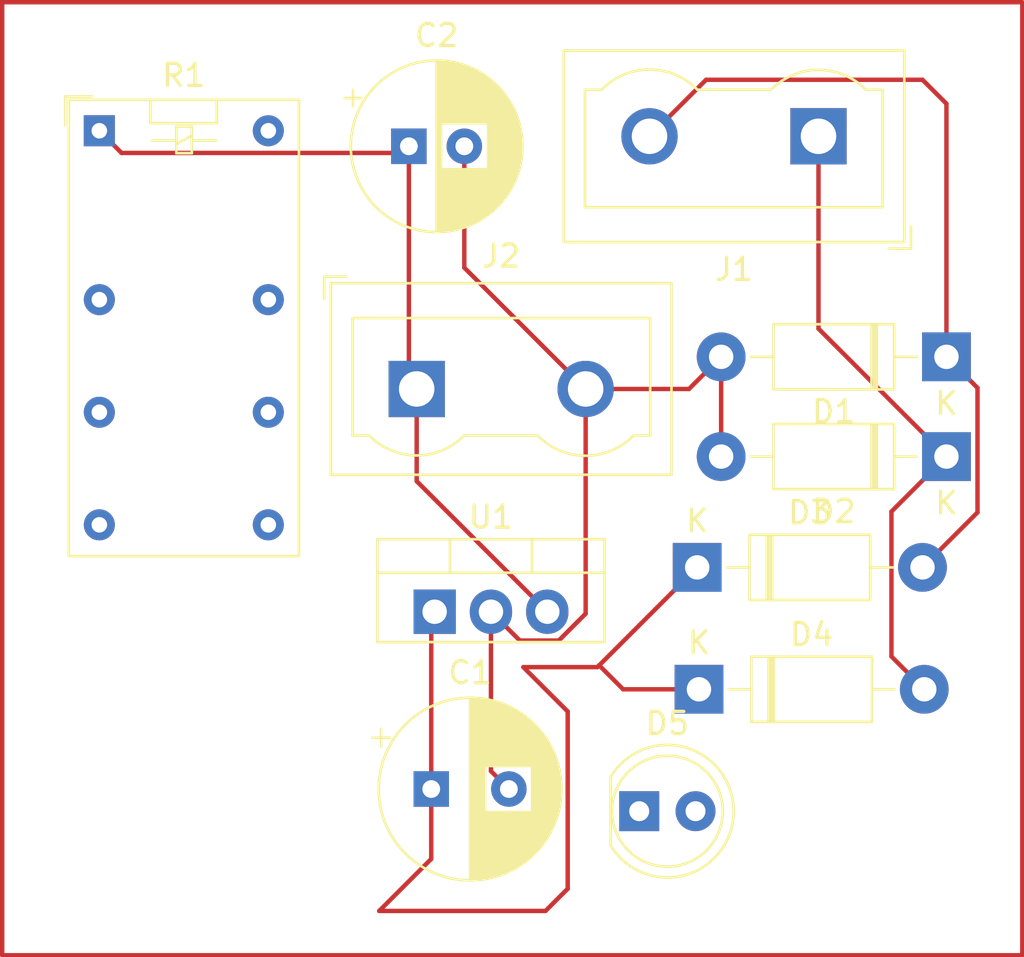
<source format=kicad_pcb>
(kicad_pcb (version 20240108) (generator "pcbnew") (generator_version "8.0")
  (layers (0 "F.Cu" signal) (31 "B.Cu" signal) (34 "B.Paste" user) (35 "F.Paste" user) (36 "B.SilkS" user "B.Silkscreen") (37 "F.SilkS" user "F.Silkscreen") (38 "B.Mask" user) (39 "F.Mask" user) (44 "Edge.Cuts" user))
  (net 0 "")
  (net 1 "Net-(D3-K)")
  (net 2 "Net-(D1-A)")
  (net 3 "Net-(J2-Pin_1)")
  (net 4 "Net-(D1-K)")
  (net 5 "Net-(D2-K)")
  (net 6 "Net-(D5-A)")
  (footprint "Capacitor_THT:CP_Radial_D7.5mm_P2.50mm" (layer "F.Cu") (at 122.838606 68.5)
    (property "Reference" "C2" (at 1.25 -5 0) (layer "F.SilkS"))
    (property "Value" "100 uf")
    (fp_line (start -2.892211 -2.175) (end -2.142211 -2.175) (stroke (width 0.12)) (layer "F.SilkS"))
    (fp_line (start -2.517211 -2.55) (end -2.517211 -1.8) (stroke (width 0.12)) (layer "F.SilkS"))
    (fp_line (start 1.25 -3.83) (end 1.25 3.83) (stroke (width 0.12)) (layer "F.SilkS"))
    (fp_line (start 1.29 -3.83) (end 1.29 3.83) (stroke (width 0.12)) (layer "F.SilkS"))
    (fp_line (start 1.33 -3.83) (end 1.33 3.83) (stroke (width 0.12)) (layer "F.SilkS"))
    (fp_line (start 1.37 -3.829) (end 1.37 3.829) (stroke (width 0.12)) (layer "F.SilkS"))
    (fp_line (start 1.41 -3.827) (end 1.41 3.827) (stroke (width 0.12)) (layer "F.SilkS"))
    (fp_line (start 1.45 -3.825) (end 1.45 3.825) (stroke (width 0.12)) (layer "F.SilkS"))
    (fp_line (start 1.49 -3.823) (end 1.49 -1.04) (stroke (width 0.12)) (layer "F.SilkS"))
    (fp_line (start 1.49 1.04) (end 1.49 3.823) (stroke (width 0.12)) (layer "F.SilkS"))
    (fp_line (start 1.53 -3.82) (end 1.53 -1.04) (stroke (width 0.12)) (layer "F.SilkS"))
    (fp_line (start 1.53 1.04) (end 1.53 3.82) (stroke (width 0.12)) (layer "F.SilkS"))
    (fp_line (start 1.57 -3.817) (end 1.57 -1.04) (stroke (width 0.12)) (layer "F.SilkS"))
    (fp_line (start 1.57 1.04) (end 1.57 3.817) (stroke (width 0.12)) (layer "F.SilkS"))
    (fp_line (start 1.61 -3.814) (end 1.61 -1.04) (stroke (width 0.12)) (layer "F.SilkS"))
    (fp_line (start 1.61 1.04) (end 1.61 3.814) (stroke (width 0.12)) (layer "F.SilkS"))
    (fp_line (start 1.65 -3.81) (end 1.65 -1.04) (stroke (width 0.12)) (layer "F.SilkS"))
    (fp_line (start 1.65 1.04) (end 1.65 3.81) (stroke (width 0.12)) (layer "F.SilkS"))
    (fp_line (start 1.69 -3.805) (end 1.69 -1.04) (stroke (width 0.12)) (layer "F.SilkS"))
    (fp_line (start 1.69 1.04) (end 1.69 3.805) (stroke (width 0.12)) (layer "F.SilkS"))
    (fp_line (start 1.73 -3.801) (end 1.73 -1.04) (stroke (width 0.12)) (layer "F.SilkS"))
    (fp_line (start 1.73 1.04) (end 1.73 3.801) (stroke (width 0.12)) (layer "F.SilkS"))
    (fp_line (start 1.77 -3.795) (end 1.77 -1.04) (stroke (width 0.12)) (layer "F.SilkS"))
    (fp_line (start 1.77 1.04) (end 1.77 3.795) (stroke (width 0.12)) (layer "F.SilkS"))
    (fp_line (start 1.81 -3.79) (end 1.81 -1.04) (stroke (width 0.12)) (layer "F.SilkS"))
    (fp_line (start 1.81 1.04) (end 1.81 3.79) (stroke (width 0.12)) (layer "F.SilkS"))
    (fp_line (start 1.85 -3.784) (end 1.85 -1.04) (stroke (width 0.12)) (layer "F.SilkS"))
    (fp_line (start 1.85 1.04) (end 1.85 3.784) (stroke (width 0.12)) (layer "F.SilkS"))
    (fp_line (start 1.89 -3.777) (end 1.89 -1.04) (stroke (width 0.12)) (layer "F.SilkS"))
    (fp_line (start 1.89 1.04) (end 1.89 3.777) (stroke (width 0.12)) (layer "F.SilkS"))
    (fp_line (start 1.93 -3.77) (end 1.93 -1.04) (stroke (width 0.12)) (layer "F.SilkS"))
    (fp_line (start 1.93 1.04) (end 1.93 3.77) (stroke (width 0.12)) (layer "F.SilkS"))
    (fp_line (start 1.971 -3.763) (end 1.971 -1.04) (stroke (width 0.12)) (layer "F.SilkS"))
    (fp_line (start 1.971 1.04) (end 1.971 3.763) (stroke (width 0.12)) (layer "F.SilkS"))
    (fp_line (start 2.011 -3.755) (end 2.011 -1.04) (stroke (width 0.12)) (layer "F.SilkS"))
    (fp_line (start 2.011 1.04) (end 2.011 3.755) (stroke (width 0.12)) (layer "F.SilkS"))
    (fp_line (start 2.051 -3.747) (end 2.051 -1.04) (stroke (width 0.12)) (layer "F.SilkS"))
    (fp_line (start 2.051 1.04) (end 2.051 3.747) (stroke (width 0.12)) (layer "F.SilkS"))
    (fp_line (start 2.091 -3.738) (end 2.091 -1.04) (stroke (width 0.12)) (layer "F.SilkS"))
    (fp_line (start 2.091 1.04) (end 2.091 3.738) (stroke (width 0.12)) (layer "F.SilkS"))
    (fp_line (start 2.131 -3.729) (end 2.131 -1.04) (stroke (width 0.12)) (layer "F.SilkS"))
    (fp_line (start 2.131 1.04) (end 2.131 3.729) (stroke (width 0.12)) (layer "F.SilkS"))
    (fp_line (start 2.171 -3.72) (end 2.171 -1.04) (stroke (width 0.12)) (layer "F.SilkS"))
    (fp_line (start 2.171 1.04) (end 2.171 3.72) (stroke (width 0.12)) (layer "F.SilkS"))
    (fp_line (start 2.211 -3.71) (end 2.211 -1.04) (stroke (width 0.12)) (layer "F.SilkS"))
    (fp_line (start 2.211 1.04) (end 2.211 3.71) (stroke (width 0.12)) (layer "F.SilkS"))
    (fp_line (start 2.251 -3.699) (end 2.251 -1.04) (stroke (width 0.12)) (layer "F.SilkS"))
    (fp_line (start 2.251 1.04) (end 2.251 3.699) (stroke (width 0.12)) (layer "F.SilkS"))
    (fp_line (start 2.291 -3.688) (end 2.291 -1.04) (stroke (width 0.12)) (layer "F.SilkS"))
    (fp_line (start 2.291 1.04) (end 2.291 3.688) (stroke (width 0.12)) (layer "F.SilkS"))
    (fp_line (start 2.331 -3.677) (end 2.331 -1.04) (stroke (width 0.12)) (layer "F.SilkS"))
    (fp_line (start 2.331 1.04) (end 2.331 3.677) (stroke (width 0.12)) (layer "F.SilkS"))
    (fp_line (start 2.371 -3.665) (end 2.371 -1.04) (stroke (width 0.12)) (layer "F.SilkS"))
    (fp_line (start 2.371 1.04) (end 2.371 3.665) (stroke (width 0.12)) (layer "F.SilkS"))
    (fp_line (start 2.411 -3.653) (end 2.411 -1.04) (stroke (width 0.12)) (layer "F.SilkS"))
    (fp_line (start 2.411 1.04) (end 2.411 3.653) (stroke (width 0.12)) (layer "F.SilkS"))
    (fp_line (start 2.451 -3.64) (end 2.451 -1.04) (stroke (width 0.12)) (layer "F.SilkS"))
    (fp_line (start 2.451 1.04) (end 2.451 3.64) (stroke (width 0.12)) (layer "F.SilkS"))
    (fp_line (start 2.491 -3.626) (end 2.491 -1.04) (stroke (width 0.12)) (layer "F.SilkS"))
    (fp_line (start 2.491 1.04) (end 2.491 3.626) (stroke (width 0.12)) (layer "F.SilkS"))
    (fp_line (start 2.531 -3.613) (end 2.531 -1.04) (stroke (width 0.12)) (layer "F.SilkS"))
    (fp_line (start 2.531 1.04) (end 2.531 3.613) (stroke (width 0.12)) (layer "F.SilkS"))
    (fp_line (start 2.571 -3.598) (end 2.571 -1.04) (stroke (width 0.12)) (layer "F.SilkS"))
    (fp_line (start 2.571 1.04) (end 2.571 3.598) (stroke (width 0.12)) (layer "F.SilkS"))
    (fp_line (start 2.611 -3.584) (end 2.611 -1.04) (stroke (width 0.12)) (layer "F.SilkS"))
    (fp_line (start 2.611 1.04) (end 2.611 3.584) (stroke (width 0.12)) (layer "F.SilkS"))
    (fp_line (start 2.651 -3.568) (end 2.651 -1.04) (stroke (width 0.12)) (layer "F.SilkS"))
    (fp_line (start 2.651 1.04) (end 2.651 3.568) (stroke (width 0.12)) (layer "F.SilkS"))
    (fp_line (start 2.691 -3.553) (end 2.691 -1.04) (stroke (width 0.12)) (layer "F.SilkS"))
    (fp_line (start 2.691 1.04) (end 2.691 3.553) (stroke (width 0.12)) (layer "F.SilkS"))
    (fp_line (start 2.731 -3.536) (end 2.731 -1.04) (stroke (width 0.12)) (layer "F.SilkS"))
    (fp_line (start 2.731 1.04) (end 2.731 3.536) (stroke (width 0.12)) (layer "F.SilkS"))
    (fp_line (start 2.771 -3.52) (end 2.771 -1.04) (stroke (width 0.12)) (layer "F.SilkS"))
    (fp_line (start 2.771 1.04) (end 2.771 3.52) (stroke (width 0.12)) (layer "F.SilkS"))
    (fp_line (start 2.811 -3.502) (end 2.811 -1.04) (stroke (width 0.12)) (layer "F.SilkS"))
    (fp_line (start 2.811 1.04) (end 2.811 3.502) (stroke (width 0.12)) (layer "F.SilkS"))
    (fp_line (start 2.851 -3.484) (end 2.851 -1.04) (stroke (width 0.12)) (layer "F.SilkS"))
    (fp_line (start 2.851 1.04) (end 2.851 3.484) (stroke (width 0.12)) (layer "F.SilkS"))
    (fp_line (start 2.891 -3.466) (end 2.891 -1.04) (stroke (width 0.12)) (layer "F.SilkS"))
    (fp_line (start 2.891 1.04) (end 2.891 3.466) (stroke (width 0.12)) (layer "F.SilkS"))
    (fp_line (start 2.931 -3.447) (end 2.931 -1.04) (stroke (width 0.12)) (layer "F.SilkS"))
    (fp_line (start 2.931 1.04) (end 2.931 3.447) (stroke (width 0.12)) (layer "F.SilkS"))
    (fp_line (start 2.971 -3.427) (end 2.971 -1.04) (stroke (width 0.12)) (layer "F.SilkS"))
    (fp_line (start 2.971 1.04) (end 2.971 3.427) (stroke (width 0.12)) (layer "F.SilkS"))
    (fp_line (start 3.011 -3.407) (end 3.011 -1.04) (stroke (width 0.12)) (layer "F.SilkS"))
    (fp_line (start 3.011 1.04) (end 3.011 3.407) (stroke (width 0.12)) (layer "F.SilkS"))
    (fp_line (start 3.051 -3.386) (end 3.051 -1.04) (stroke (width 0.12)) (layer "F.SilkS"))
    (fp_line (start 3.051 1.04) (end 3.051 3.386) (stroke (width 0.12)) (layer "F.SilkS"))
    (fp_line (start 3.091 -3.365) (end 3.091 -1.04) (stroke (width 0.12)) (layer "F.SilkS"))
    (fp_line (start 3.091 1.04) (end 3.091 3.365) (stroke (width 0.12)) (layer "F.SilkS"))
    (fp_line (start 3.131 -3.343) (end 3.131 -1.04) (stroke (width 0.12)) (layer "F.SilkS"))
    (fp_line (start 3.131 1.04) (end 3.131 3.343) (stroke (width 0.12)) (layer "F.SilkS"))
    (fp_line (start 3.171 -3.321) (end 3.171 -1.04) (stroke (width 0.12)) (layer "F.SilkS"))
    (fp_line (start 3.171 1.04) (end 3.171 3.321) (stroke (width 0.12)) (layer "F.SilkS"))
    (fp_line (start 3.211 -3.297) (end 3.211 -1.04) (stroke (width 0.12)) (layer "F.SilkS"))
    (fp_line (start 3.211 1.04) (end 3.211 3.297) (stroke (width 0.12)) (layer "F.SilkS"))
    (fp_line (start 3.251 -3.274) (end 3.251 -1.04) (stroke (width 0.12)) (layer "F.SilkS"))
    (fp_line (start 3.251 1.04) (end 3.251 3.274) (stroke (width 0.12)) (layer "F.SilkS"))
    (fp_line (start 3.291 -3.249) (end 3.291 -1.04) (stroke (width 0.12)) (layer "F.SilkS"))
    (fp_line (start 3.291 1.04) (end 3.291 3.249) (stroke (width 0.12)) (layer "F.SilkS"))
    (fp_line (start 3.331 -3.224) (end 3.331 -1.04) (stroke (width 0.12)) (layer "F.SilkS"))
    (fp_line (start 3.331 1.04) (end 3.331 3.224) (stroke (width 0.12)) (layer "F.SilkS"))
    (fp_line (start 3.371 -3.198) (end 3.371 -1.04) (stroke (width 0.12)) (layer "F.SilkS"))
    (fp_line (start 3.371 1.04) (end 3.371 3.198) (stroke (width 0.12)) (layer "F.SilkS"))
    (fp_line (start 3.411 -3.172) (end 3.411 -1.04) (stroke (width 0.12)) (layer "F.SilkS"))
    (fp_line (start 3.411 1.04) (end 3.411 3.172) (stroke (width 0.12)) (layer "F.SilkS"))
    (fp_line (start 3.451 -3.144) (end 3.451 -1.04) (stroke (width 0.12)) (layer "F.SilkS"))
    (fp_line (start 3.451 1.04) (end 3.451 3.144) (stroke (width 0.12)) (layer "F.SilkS"))
    (fp_line (start 3.491 -3.116) (end 3.491 -1.04) (stroke (width 0.12)) (layer "F.SilkS"))
    (fp_line (start 3.491 1.04) (end 3.491 3.116) (stroke (width 0.12)) (layer "F.SilkS"))
    (fp_line (start 3.531 -3.088) (end 3.531 -1.04) (stroke (width 0.12)) (layer "F.SilkS"))
    (fp_line (start 3.531 1.04) (end 3.531 3.088) (stroke (width 0.12)) (layer "F.SilkS"))
    (fp_line (start 3.571 -3.058) (end 3.571 3.058) (stroke (width 0.12)) (layer "F.SilkS"))
    (fp_line (start 3.611 -3.028) (end 3.611 3.028) (stroke (width 0.12)) (layer "F.SilkS"))
    (fp_line (start 3.651 -2.996) (end 3.651 2.996) (stroke (width 0.12)) (layer "F.SilkS"))
    (fp_line (start 3.691 -2.964) (end 3.691 2.964) (stroke (width 0.12)) (layer "F.SilkS"))
    (fp_line (start 3.731 -2.931) (end 3.731 2.931) (stroke (width 0.12)) (layer "F.SilkS"))
    (fp_line (start 3.771 -2.898) (end 3.771 2.898) (stroke (width 0.12)) (layer "F.SilkS"))
    (fp_line (start 3.811 -2.863) (end 3.811 2.863) (stroke (width 0.12)) (layer "F.SilkS"))
    (fp_line (start 3.851 -2.827) (end 3.851 2.827) (stroke (width 0.12)) (layer "F.SilkS"))
    (fp_line (start 3.891 -2.79) (end 3.891 2.79) (stroke (width 0.12)) (layer "F.SilkS"))
    (fp_line (start 3.931 -2.752) (end 3.931 2.752) (stroke (width 0.12)) (layer "F.SilkS"))
    (fp_line (start 3.971 -2.713) (end 3.971 2.713) (stroke (width 0.12)) (layer "F.SilkS"))
    (fp_line (start 4.011 -2.673) (end 4.011 2.673) (stroke (width 0.12)) (layer "F.SilkS"))
    (fp_line (start 4.051 -2.632) (end 4.051 2.632) (stroke (width 0.12)) (layer "F.SilkS"))
    (fp_line (start 4.091 -2.589) (end 4.091 2.589) (stroke (width 0.12)) (layer "F.SilkS"))
    (fp_line (start 4.131 -2.546) (end 4.131 2.546) (stroke (width 0.12)) (layer "F.SilkS"))
    (fp_line (start 4.171 -2.5) (end 4.171 2.5) (stroke (width 0.12)) (layer "F.SilkS"))
    (fp_line (start 4.211 -2.454) (end 4.211 2.454) (stroke (width 0.12)) (layer "F.SilkS"))
    (fp_line (start 4.251 -2.405) (end 4.251 2.405) (stroke (width 0.12)) (layer "F.SilkS"))
    (fp_line (start 4.291 -2.355) (end 4.291 2.355) (stroke (width 0.12)) (layer "F.SilkS"))
    (fp_line (start 4.331 -2.304) (end 4.331 2.304) (stroke (width 0.12)) (layer "F.SilkS"))
    (fp_line (start 4.371 -2.25) (end 4.371 2.25) (stroke (width 0.12)) (layer "F.SilkS"))
    (fp_line (start 4.411 -2.195) (end 4.411 2.195) (stroke (width 0.12)) (layer "F.SilkS"))
    (fp_line (start 4.451 -2.137) (end 4.451 2.137) (stroke (width 0.12)) (layer "F.SilkS"))
    (fp_line (start 4.491 -2.077) (end 4.491 2.077) (stroke (width 0.12)) (layer "F.SilkS"))
    (fp_line (start 4.531 -2.014) (end 4.531 2.014) (stroke (width 0.12)) (layer "F.SilkS"))
    (fp_line (start 4.571 -1.949) (end 4.571 1.949) (stroke (width 0.12)) (layer "F.SilkS"))
    (fp_line (start 4.611 -1.881) (end 4.611 1.881) (stroke (width 0.12)) (layer "F.SilkS"))
    (fp_line (start 4.651 -1.809) (end 4.651 1.809) (stroke (width 0.12)) (layer "F.SilkS"))
    (fp_line (start 4.691 -1.733) (end 4.691 1.733) (stroke (width 0.12)) (layer "F.SilkS"))
    (fp_line (start 4.731 -1.654) (end 4.731 1.654) (stroke (width 0.12)) (layer "F.SilkS"))
    (fp_line (start 4.771 -1.569) (end 4.771 1.569) (stroke (width 0.12)) (layer "F.SilkS"))
    (fp_line (start 4.811 -1.478) (end 4.811 1.478) (stroke (width 0.12)) (layer "F.SilkS"))
    (fp_line (start 4.851 -1.381) (end 4.851 1.381) (stroke (width 0.12)) (layer "F.SilkS"))
    (fp_line (start 4.891 -1.275) (end 4.891 1.275) (stroke (width 0.12)) (layer "F.SilkS"))
    (fp_line (start 4.931 -1.158) (end 4.931 1.158) (stroke (width 0.12)) (layer "F.SilkS"))
    (fp_line (start 4.971 -1.028) (end 4.971 1.028) (stroke (width 0.12)) (layer "F.SilkS"))
    (fp_line (start 5.011 -0.877) (end 5.011 0.877) (stroke (width 0.12)) (layer "F.SilkS"))
    (fp_line (start 5.051 -0.693) (end 5.051 0.693) (stroke (width 0.12)) (layer "F.SilkS"))
    (fp_line (start 5.091 -0.441) (end 5.091 0.441) (stroke (width 0.12)) (layer "F.SilkS"))
    (fp_circle (center 1.25 0) (end 5.12 0) (stroke (width 0.12)) (fill none) (layer "F.SilkS"))
    (pad "1" thru_hole rect (at 0 0) (size 1.6 1.6) (drill 0.8) (layers "*.Cu" "*.Mask") (net 3 "Net-(J2-Pin_1)"))
    (pad "2" thru_hole circle (at 2.5 0) (size 1.6 1.6) (drill 0.8) (layers "*.Cu" "*.Mask") (net 2 "Net-(D1-A)"))
  )
  (footprint "Diode_THT:D_DO-41_SOD81_P10.16mm_Horizontal" (layer "F.Cu") (at 147.08 82.5 180)
    (property "Reference" "D2" (at 5.08 -2.47 0) (layer "F.SilkS"))
    (property "Value" "1N4007")
    (fp_line (start 8.82 0) (end 7.8 0) (stroke (width 0.12)) (layer "F.SilkS"))
    (fp_line (start 7.8 1.47) (end 7.8 -1.47) (stroke (width 0.12)) (layer "F.SilkS"))
    (fp_line (start 7.8 -1.47) (end 2.36 -1.47) (stroke (width 0.12)) (layer "F.SilkS"))
    (fp_line (start 3.38 -1.47) (end 3.38 1.47) (stroke (width 0.12)) (layer "F.SilkS"))
    (fp_line (start 3.26 -1.47) (end 3.26 1.47) (stroke (width 0.12)) (layer "F.SilkS"))
    (fp_line (start 3.14 -1.47) (end 3.14 1.47) (stroke (width 0.12)) (layer "F.SilkS"))
    (fp_line (start 2.36 1.47) (end 7.8 1.47) (stroke (width 0.12)) (layer "F.SilkS"))
    (fp_line (start 2.36 -1.47) (end 2.36 1.47) (stroke (width 0.12)) (layer "F.SilkS"))
    (fp_line (start 1.34 0) (end 2.36 0) (stroke (width 0.12)) (layer "F.SilkS"))
    (fp_text user "K" (at 0 -2.1 0) (layer "F.SilkS"))
    (pad "1" thru_hole rect (at 0 0 180) (size 2.2 2.2) (drill 1.1) (layers "*.Cu" "*.Mask") (net 5 "Net-(D2-K)"))
    (pad "2" thru_hole oval (at 10.16 0 180) (size 2.2 2.2) (drill 1.1) (layers "*.Cu" "*.Mask") (net 2 "Net-(D1-A)"))
  )
  (footprint "Diode_THT:D_DO-41_SOD81_P10.16mm_Horizontal" (layer "F.Cu") (at 135.92 93)
    (property "Reference" "D4" (at 5.08 -2.47 0) (layer "F.SilkS"))
    (property "Value" "1N4007")
    (fp_line (start 1.34 0) (end 2.36 0) (stroke (width 0.12)) (layer "F.SilkS"))
    (fp_line (start 2.36 -1.47) (end 2.36 1.47) (stroke (width 0.12)) (layer "F.SilkS"))
    (fp_line (start 2.36 1.47) (end 7.8 1.47) (stroke (width 0.12)) (layer "F.SilkS"))
    (fp_line (start 3.14 -1.47) (end 3.14 1.47) (stroke (width 0.12)) (layer "F.SilkS"))
    (fp_line (start 3.26 -1.47) (end 3.26 1.47) (stroke (width 0.12)) (layer "F.SilkS"))
    (fp_line (start 3.38 -1.47) (end 3.38 1.47) (stroke (width 0.12)) (layer "F.SilkS"))
    (fp_line (start 7.8 -1.47) (end 2.36 -1.47) (stroke (width 0.12)) (layer "F.SilkS"))
    (fp_line (start 7.8 1.47) (end 7.8 -1.47) (stroke (width 0.12)) (layer "F.SilkS"))
    (fp_line (start 8.82 0) (end 7.8 0) (stroke (width 0.12)) (layer "F.SilkS"))
    (fp_text user "K" (at 0 -2.1 0) (layer "F.SilkS"))
    (pad "1" thru_hole rect (at 0 0) (size 2.2 2.2) (drill 1.1) (layers "*.Cu" "*.Mask") (net 1 "Net-(D3-K)"))
    (pad "2" thru_hole oval (at 10.16 0) (size 2.2 2.2) (drill 1.1) (layers "*.Cu" "*.Mask") (net 5 "Net-(D2-K)"))
  )
  (footprint "Diode_THT:D_DO-41_SOD81_P10.16mm_Horizontal" (layer "F.Cu") (at 135.84 87.5)
    (property "Reference" "D3" (at 5.08 -2.47 0) (layer "F.SilkS"))
    (property "Value" "1N4007")
    (fp_line (start 1.34 0) (end 2.36 0) (stroke (width 0.12)) (layer "F.SilkS"))
    (fp_line (start 2.36 -1.47) (end 2.36 1.47) (stroke (width 0.12)) (layer "F.SilkS"))
    (fp_line (start 2.36 1.47) (end 7.8 1.47) (stroke (width 0.12)) (layer "F.SilkS"))
    (fp_line (start 3.14 -1.47) (end 3.14 1.47) (stroke (width 0.12)) (layer "F.SilkS"))
    (fp_line (start 3.26 -1.47) (end 3.26 1.47) (stroke (width 0.12)) (layer "F.SilkS"))
    (fp_line (start 3.38 -1.47) (end 3.38 1.47) (stroke (width 0.12)) (layer "F.SilkS"))
    (fp_line (start 7.8 -1.47) (end 2.36 -1.47) (stroke (width 0.12)) (layer "F.SilkS"))
    (fp_line (start 7.8 1.47) (end 7.8 -1.47) (stroke (width 0.12)) (layer "F.SilkS"))
    (fp_line (start 8.82 0) (end 7.8 0) (stroke (width 0.12)) (layer "F.SilkS"))
    (fp_text user "K" (at 0 -2.1 0) (layer "F.SilkS"))
    (pad "1" thru_hole rect (at 0 0) (size 2.2 2.2) (drill 1.1) (layers "*.Cu" "*.Mask") (net 1 "Net-(D3-K)"))
    (pad "2" thru_hole oval (at 10.16 0) (size 2.2 2.2) (drill 1.1) (layers "*.Cu" "*.Mask") (net 4 "Net-(D1-K)"))
  )
  (footprint "TerminalBlock:TerminalBlock_Wuerth_691311400102_P7.62mm" (layer "F.Cu") (at 141.31 68.05 180)
    (property "Reference" "J1" (at 3.81 -6 0) (layer "F.SilkS"))
    (property "Value" "Screw_Terminal_01x02")
    (fp_line (start 11.49 3.87) (end -3.87 3.87) (stroke (width 0.12)) (layer "F.SilkS"))
    (fp_line (start 11.49 -4.77) (end 11.49 3.87) (stroke (width 0.12)) (layer "F.SilkS"))
    (fp_line (start 10.53 2.1) (end 10.53 -3.2) (stroke (width 0.12)) (layer "F.SilkS"))
    (fp_line (start 10.53 -3.2) (end -2.89 -3.2) (stroke (width 0.12)) (layer "F.SilkS"))
    (fp_line (start 9.78 2.1) (end 10.53 2.1) (stroke (width 0.12)) (layer "F.SilkS"))
    (fp_line (start 2.14 2.1) (end 5.46 2.1) (stroke (width 0.12)) (layer "F.SilkS"))
    (fp_line (start -2.89 2.1) (end -2.14 2.1) (stroke (width 0.12)) (layer "F.SilkS"))
    (fp_line (start -2.89 -3.2) (end -2.89 2.1) (stroke (width 0.12)) (layer "F.SilkS"))
    (fp_line (start -3.86 -4.77) (end 11.49 -4.77) (stroke (width 0.12)) (layer "F.SilkS"))
    (fp_line (start -3.87 3.87) (end -3.87 -4.77) (stroke (width 0.12)) (layer "F.SilkS"))
    (fp_line (start -4.17 -5.07) (end -3.17 -5.07) (stroke (width 0.12)) (layer "F.SilkS"))
    (fp_line (start -4.17 -5.07) (end -4.17 -4.07) (stroke (width 0.12)) (layer "F.SilkS"))
    (fp_arc (start 9.779492 2.100522) (mid 7.619636 3.012573) (end 5.46 2.1) (stroke (width 0.12)) (layer "F.SilkS"))
    (fp_arc (start 2.140696 2.099291) (mid 0.000497 2.998266) (end -2.14 2.1) (stroke (width 0.12)) (layer "F.SilkS"))
    (pad "1" thru_hole rect (at 0 0 180) (size 2.54 2.54) (drill 1.6) (layers "*.Cu" "*.Mask") (net 5 "Net-(D2-K)"))
    (pad "2" thru_hole circle (at 7.62 0 180) (size 2.54 2.54) (drill 1.6) (layers "*.Cu" "*.Mask") (net 4 "Net-(D1-K)"))
  )
  (footprint "TerminalBlock:TerminalBlock_Wuerth_691311400102_P7.62mm" (layer "F.Cu") (at 123.19 79.45)
    (property "Reference" "J2" (at 3.81 -6 0) (layer "F.SilkS"))
    (property "Value" "Screw_Terminal_01x02")
    (fp_line (start -4.17 -5.07) (end -4.17 -4.07) (stroke (width 0.12)) (layer "F.SilkS"))
    (fp_line (start -4.17 -5.07) (end -3.17 -5.07) (stroke (width 0.12)) (layer "F.SilkS"))
    (fp_line (start -3.87 3.87) (end -3.87 -4.77) (stroke (width 0.12)) (layer "F.SilkS"))
    (fp_line (start -3.86 -4.77) (end 11.49 -4.77) (stroke (width 0.12)) (layer "F.SilkS"))
    (fp_line (start -2.89 -3.2) (end -2.89 2.1) (stroke (width 0.12)) (layer "F.SilkS"))
    (fp_line (start -2.89 2.1) (end -2.14 2.1) (stroke (width 0.12)) (layer "F.SilkS"))
    (fp_line (start 2.14 2.1) (end 5.46 2.1) (stroke (width 0.12)) (layer "F.SilkS"))
    (fp_line (start 9.78 2.1) (end 10.53 2.1) (stroke (width 0.12)) (layer "F.SilkS"))
    (fp_line (start 10.53 -3.2) (end -2.89 -3.2) (stroke (width 0.12)) (layer "F.SilkS"))
    (fp_line (start 10.53 2.1) (end 10.53 -3.2) (stroke (width 0.12)) (layer "F.SilkS"))
    (fp_line (start 11.49 -4.77) (end 11.49 3.87) (stroke (width 0.12)) (layer "F.SilkS"))
    (fp_line (start 11.49 3.87) (end -3.87 3.87) (stroke (width 0.12)) (layer "F.SilkS"))
    (fp_arc (start 2.140696 2.099291) (mid 0.000497 2.998266) (end -2.14 2.1) (stroke (width 0.12)) (layer "F.SilkS"))
    (fp_arc (start 9.779492 2.100522) (mid 7.619636 3.012573) (end 5.46 2.1) (stroke (width 0.12)) (layer "F.SilkS"))
    (pad "1" thru_hole rect (at 0 0) (size 2.54 2.54) (drill 1.6) (layers "*.Cu" "*.Mask") (net 3 "Net-(J2-Pin_1)"))
    (pad "2" thru_hole circle (at 7.62 0) (size 2.54 2.54) (drill 1.6) (layers "*.Cu" "*.Mask") (net 2 "Net-(D1-A)"))
  )
  (footprint "LED_THT:LED_D5.0mm" (layer "F.Cu") (at 133.225 98.5)
    (property "Reference" "D5" (at 1.27 -3.96 0) (layer "F.SilkS"))
    (property "Value" "LED")
    (fp_line (start -1.29 -1.545) (end -1.29 1.545) (stroke (width 0.12)) (layer "F.SilkS"))
    (fp_arc (start -1.29 -1.54483) (mid 2.072002 -2.880433) (end 4.26 0.000462) (stroke (width 0.12)) (layer "F.SilkS"))
    (fp_arc (start 4.26 -0.000462) (mid 2.072002 2.880433) (end -1.29 1.54483) (stroke (width 0.12)) (layer "F.SilkS"))
    (fp_circle (center 1.27 0) (end 3.77 0) (stroke (width 0.12)) (fill none) (layer "F.SilkS"))
    (pad "1" thru_hole rect (at 0 0) (size 1.8 1.8) (drill 0.9) (layers "*.Cu" "*.Mask") (net 2 "Net-(D1-A)"))
    (pad "2" thru_hole circle (at 2.54 0) (size 1.8 1.8) (drill 0.9) (layers "*.Cu" "*.Mask") (net 6 "Net-(D5-A)"))
  )
  (footprint "Package_TO_SOT_THT:TO-220-3_Vertical" (layer "F.Cu") (at 124 89.5)
    (property "Reference" "U1" (at 2.54 -4.27 0) (layer "F.SilkS"))
    (property "Value" "LM7805_TO220")
    (fp_line (start -2.58 -3.27) (end -2.58 1.371) (stroke (width 0.12)) (layer "F.SilkS"))
    (fp_line (start -2.58 -3.27) (end 7.66 -3.27) (stroke (width 0.12)) (layer "F.SilkS"))
    (fp_line (start -2.58 -1.76) (end 7.66 -1.76) (stroke (width 0.12)) (layer "F.SilkS"))
    (fp_line (start -2.58 1.371) (end 7.66 1.371) (stroke (width 0.12)) (layer "F.SilkS"))
    (fp_line (start 0.69 -3.27) (end 0.69 -1.76) (stroke (width 0.12)) (layer "F.SilkS"))
    (fp_line (start 4.391 -3.27) (end 4.391 -1.76) (stroke (width 0.12)) (layer "F.SilkS"))
    (fp_line (start 7.66 -3.27) (end 7.66 1.371) (stroke (width 0.12)) (layer "F.SilkS"))
    (pad "1" thru_hole rect (at 0 0) (size 1.905 2) (drill 1.1) (layers "*.Cu" "*.Mask") (net 1 "Net-(D3-K)"))
    (pad "2" thru_hole oval (at 2.54 0) (size 1.905 2) (drill 1.1) (layers "*.Cu" "*.Mask") (net 2 "Net-(D1-A)"))
    (pad "3" thru_hole oval (at 5.08 0) (size 1.905 2) (drill 1.1) (layers "*.Cu" "*.Mask") (net 3 "Net-(J2-Pin_1)"))
  )
  (footprint "Capacitor_THT:CP_Radial_D8.0mm_P3.50mm" (layer "F.Cu") (at 123.847349 97.5)
    (property "Reference" "C1" (at 1.75 -5.25 0) (layer "F.SilkS"))
    (property "Value" "470 uf 25v")
    (fp_line (start -2.659698 -2.315) (end -1.859698 -2.315) (stroke (width 0.12)) (layer "F.SilkS"))
    (fp_line (start -2.259698 -2.715) (end -2.259698 -1.915) (stroke (width 0.12)) (layer "F.SilkS"))
    (fp_line (start 1.75 -4.08) (end 1.75 4.08) (stroke (width 0.12)) (layer "F.SilkS"))
    (fp_line (start 1.79 -4.08) (end 1.79 4.08) (stroke (width 0.12)) (layer "F.SilkS"))
    (fp_line (start 1.83 -4.08) (end 1.83 4.08) (stroke (width 0.12)) (layer "F.SilkS"))
    (fp_line (start 1.87 -4.079) (end 1.87 4.079) (stroke (width 0.12)) (layer "F.SilkS"))
    (fp_line (start 1.91 -4.077) (end 1.91 4.077) (stroke (width 0.12)) (layer "F.SilkS"))
    (fp_line (start 1.95 -4.076) (end 1.95 4.076) (stroke (width 0.12)) (layer "F.SilkS"))
    (fp_line (start 1.99 -4.074) (end 1.99 4.074) (stroke (width 0.12)) (layer "F.SilkS"))
    (fp_line (start 2.03 -4.071) (end 2.03 4.071) (stroke (width 0.12)) (layer "F.SilkS"))
    (fp_line (start 2.07 -4.068) (end 2.07 4.068) (stroke (width 0.12)) (layer "F.SilkS"))
    (fp_line (start 2.11 -4.065) (end 2.11 4.065) (stroke (width 0.12)) (layer "F.SilkS"))
    (fp_line (start 2.15 -4.061) (end 2.15 4.061) (stroke (width 0.12)) (layer "F.SilkS"))
    (fp_line (start 2.19 -4.057) (end 2.19 4.057) (stroke (width 0.12)) (layer "F.SilkS"))
    (fp_line (start 2.23 -4.052) (end 2.23 4.052) (stroke (width 0.12)) (layer "F.SilkS"))
    (fp_line (start 2.27 -4.048) (end 2.27 4.048) (stroke (width 0.12)) (layer "F.SilkS"))
    (fp_line (start 2.31 -4.042) (end 2.31 4.042) (stroke (width 0.12)) (layer "F.SilkS"))
    (fp_line (start 2.35 -4.037) (end 2.35 4.037) (stroke (width 0.12)) (layer "F.SilkS"))
    (fp_line (start 2.39 -4.03) (end 2.39 4.03) (stroke (width 0.12)) (layer "F.SilkS"))
    (fp_line (start 2.43 -4.024) (end 2.43 4.024) (stroke (width 0.12)) (layer "F.SilkS"))
    (fp_line (start 2.471 -4.017) (end 2.471 -1.04) (stroke (width 0.12)) (layer "F.SilkS"))
    (fp_line (start 2.471 1.04) (end 2.471 4.017) (stroke (width 0.12)) (layer "F.SilkS"))
    (fp_line (start 2.511 -4.01) (end 2.511 -1.04) (stroke (width 0.12)) (layer "F.SilkS"))
    (fp_line (start 2.511 1.04) (end 2.511 4.01) (stroke (width 0.12)) (layer "F.SilkS"))
    (fp_line (start 2.551 -4.002) (end 2.551 -1.04) (stroke (width 0.12)) (layer "F.SilkS"))
    (fp_line (start 2.551 1.04) (end 2.551 4.002) (stroke (width 0.12)) (layer "F.SilkS"))
    (fp_line (start 2.591 -3.994) (end 2.591 -1.04) (stroke (width 0.12)) (layer "F.SilkS"))
    (fp_line (start 2.591 1.04) (end 2.591 3.994) (stroke (width 0.12)) (layer "F.SilkS"))
    (fp_line (start 2.631 -3.985) (end 2.631 -1.04) (stroke (width 0.12)) (layer "F.SilkS"))
    (fp_line (start 2.631 1.04) (end 2.631 3.985) (stroke (width 0.12)) (layer "F.SilkS"))
    (fp_line (start 2.671 -3.976) (end 2.671 -1.04) (stroke (width 0.12)) (layer "F.SilkS"))
    (fp_line (start 2.671 1.04) (end 2.671 3.976) (stroke (width 0.12)) (layer "F.SilkS"))
    (fp_line (start 2.711 -3.967) (end 2.711 -1.04) (stroke (width 0.12)) (layer "F.SilkS"))
    (fp_line (start 2.711 1.04) (end 2.711 3.967) (stroke (width 0.12)) (layer "F.SilkS"))
    (fp_line (start 2.751 -3.957) (end 2.751 -1.04) (stroke (width 0.12)) (layer "F.SilkS"))
    (fp_line (start 2.751 1.04) (end 2.751 3.957) (stroke (width 0.12)) (layer "F.SilkS"))
    (fp_line (start 2.791 -3.947) (end 2.791 -1.04) (stroke (width 0.12)) (layer "F.SilkS"))
    (fp_line (start 2.791 1.04) (end 2.791 3.947) (stroke (width 0.12)) (layer "F.SilkS"))
    (fp_line (start 2.831 -3.936) (end 2.831 -1.04) (stroke (width 0.12)) (layer "F.SilkS"))
    (fp_line (start 2.831 1.04) (end 2.831 3.936) (stroke (width 0.12)) (layer "F.SilkS"))
    (fp_line (start 2.871 -3.925) (end 2.871 -1.04) (stroke (width 0.12)) (layer "F.SilkS"))
    (fp_line (start 2.871 1.04) (end 2.871 3.925) (stroke (width 0.12)) (layer "F.SilkS"))
    (fp_line (start 2.911 -3.914) (end 2.911 -1.04) (stroke (width 0.12)) (layer "F.SilkS"))
    (fp_line (start 2.911 1.04) (end 2.911 3.914) (stroke (width 0.12)) (layer "F.SilkS"))
    (fp_line (start 2.951 -3.902) (end 2.951 -1.04) (stroke (width 0.12)) (layer "F.SilkS"))
    (fp_line (start 2.951 1.04) (end 2.951 3.902) (stroke (width 0.12)) (layer "F.SilkS"))
    (fp_line (start 2.991 -3.889) (end 2.991 -1.04) (stroke (width 0.12)) (layer "F.SilkS"))
    (fp_line (start 2.991 1.04) (end 2.991 3.889) (stroke (width 0.12)) (layer "F.SilkS"))
    (fp_line (start 3.031 -3.877) (end 3.031 -1.04) (stroke (width 0.12)) (layer "F.SilkS"))
    (fp_line (start 3.031 1.04) (end 3.031 3.877) (stroke (width 0.12)) (layer "F.SilkS"))
    (fp_line (start 3.071 -3.863) (end 3.071 -1.04) (stroke (width 0.12)) (layer "F.SilkS"))
    (fp_line (start 3.071 1.04) (end 3.071 3.863) (stroke (width 0.12)) (layer "F.SilkS"))
    (fp_line (start 3.111 -3.85) (end 3.111 -1.04) (stroke (width 0.12)) (layer "F.SilkS"))
    (fp_line (start 3.111 1.04) (end 3.111 3.85) (stroke (width 0.12)) (layer "F.SilkS"))
    (fp_line (start 3.151 -3.835) (end 3.151 -1.04) (stroke (width 0.12)) (layer "F.SilkS"))
    (fp_line (start 3.151 1.04) (end 3.151 3.835) (stroke (width 0.12)) (layer "F.SilkS"))
    (fp_line (start 3.191 -3.821) (end 3.191 -1.04) (stroke (width 0.12)) (layer "F.SilkS"))
    (fp_line (start 3.191 1.04) (end 3.191 3.821) (stroke (width 0.12)) (layer "F.SilkS"))
    (fp_line (start 3.231 -3.805) (end 3.231 -1.04) (stroke (width 0.12)) (layer "F.SilkS"))
    (fp_line (start 3.231 1.04) (end 3.231 3.805) (stroke (width 0.12)) (layer "F.SilkS"))
    (fp_line (start 3.271 -3.79) (end 3.271 -1.04) (stroke (width 0.12)) (layer "F.SilkS"))
    (fp_line (start 3.271 1.04) (end 3.271 3.79) (stroke (width 0.12)) (layer "F.SilkS"))
    (fp_line (start 3.311 -3.774) (end 3.311 -1.04) (stroke (width 0.12)) (layer "F.SilkS"))
    (fp_line (start 3.311 1.04) (end 3.311 3.774) (stroke (width 0.12)) (layer "F.SilkS"))
    (fp_line (start 3.351 -3.757) (end 3.351 -1.04) (stroke (width 0.12)) (layer "F.SilkS"))
    (fp_line (start 3.351 1.04) (end 3.351 3.757) (stroke (width 0.12)) (layer "F.SilkS"))
    (fp_line (start 3.391 -3.74) (end 3.391 -1.04) (stroke (width 0.12)) (layer "F.SilkS"))
    (fp_line (start 3.391 1.04) (end 3.391 3.74) (stroke (width 0.12)) (layer "F.SilkS"))
    (fp_line (start 3.431 -3.722) (end 3.431 -1.04) (stroke (width 0.12)) (layer "F.SilkS"))
    (fp_line (start 3.431 1.04) (end 3.431 3.722) (stroke (width 0.12)) (layer "F.SilkS"))
    (fp_line (start 3.471 -3.704) (end 3.471 -1.04) (stroke (width 0.12)) (layer "F.SilkS"))
    (fp_line (start 3.471 1.04) (end 3.471 3.704) (stroke (width 0.12)) (layer "F.SilkS"))
    (fp_line (start 3.511 -3.686) (end 3.511 -1.04) (stroke (width 0.12)) (layer "F.SilkS"))
    (fp_line (start 3.511 1.04) (end 3.511 3.686) (stroke (width 0.12)) (layer "F.SilkS"))
    (fp_line (start 3.551 -3.666) (end 3.551 -1.04) (stroke (width 0.12)) (layer "F.SilkS"))
    (fp_line (start 3.551 1.04) (end 3.551 3.666) (stroke (width 0.12)) (layer "F.SilkS"))
    (fp_line (start 3.591 -3.647) (end 3.591 -1.04) (stroke (width 0.12)) (layer "F.SilkS"))
    (fp_line (start 3.591 1.04) (end 3.591 3.647) (stroke (width 0.12)) (layer "F.SilkS"))
    (fp_line (start 3.631 -3.627) (end 3.631 -1.04) (stroke (width 0.12)) (layer "F.SilkS"))
    (fp_line (start 3.631 1.04) (end 3.631 3.627) (stroke (width 0.12)) (layer "F.SilkS"))
    (fp_line (start 3.671 -3.606) (end 3.671 -1.04) (stroke (width 0.12)) (layer "F.SilkS"))
    (fp_line (start 3.671 1.04) (end 3.671 3.606) (stroke (width 0.12)) (layer "F.SilkS"))
    (fp_line (start 3.711 -3.584) (end 3.711 -1.04) (stroke (width 0.12)) (layer "F.SilkS"))
    (fp_line (start 3.711 1.04) (end 3.711 3.584) (stroke (width 0.12)) (layer "F.SilkS"))
    (fp_line (start 3.751 -3.562) (end 3.751 -1.04) (stroke (width 0.12)) (layer "F.SilkS"))
    (fp_line (start 3.751 1.04) (end 3.751 3.562) (stroke (width 0.12)) (layer "F.SilkS"))
    (fp_line (start 3.791 -3.54) (end 3.791 -1.04) (stroke (width 0.12)) (layer "F.SilkS"))
    (fp_line (start 3.791 1.04) (end 3.791 3.54) (stroke (width 0.12)) (layer "F.SilkS"))
    (fp_line (start 3.831 -3.517) (end 3.831 -1.04) (stroke (width 0.12)) (layer "F.SilkS"))
    (fp_line (start 3.831 1.04) (end 3.831 3.517) (stroke (width 0.12)) (layer "F.SilkS"))
    (fp_line (start 3.871 -3.493) (end 3.871 -1.04) (stroke (width 0.12)) (layer "F.SilkS"))
    (fp_line (start 3.871 1.04) (end 3.871 3.493) (stroke (width 0.12)) (layer "F.SilkS"))
    (fp_line (start 3.911 -3.469) (end 3.911 -1.04) (stroke (width 0.12)) (layer "F.SilkS"))
    (fp_line (start 3.911 1.04) (end 3.911 3.469) (stroke (width 0.12)) (layer "F.SilkS"))
    (fp_line (start 3.951 -3.444) (end 3.951 -1.04) (stroke (width 0.12)) (layer "F.SilkS"))
    (fp_line (start 3.951 1.04) (end 3.951 3.444) (stroke (width 0.12)) (layer "F.SilkS"))
    (fp_line (start 3.991 -3.418) (end 3.991 -1.04) (stroke (width 0.12)) (layer "F.SilkS"))
    (fp_line (start 3.991 1.04) (end 3.991 3.418) (stroke (width 0.12)) (layer "F.SilkS"))
    (fp_line (start 4.031 -3.392) (end 4.031 -1.04) (stroke (width 0.12)) (layer "F.SilkS"))
    (fp_line (start 4.031 1.04) (end 4.031 3.392) (stroke (width 0.12)) (layer "F.SilkS"))
    (fp_line (start 4.071 -3.365) (end 4.071 -1.04) (stroke (width 0.12)) (layer "F.SilkS"))
    (fp_line (start 4.071 1.04) (end 4.071 3.365) (stroke (width 0.12)) (layer "F.SilkS"))
    (fp_line (start 4.111 -3.338) (end 4.111 -1.04) (stroke (width 0.12)) (layer "F.SilkS"))
    (fp_line (start 4.111 1.04) (end 4.111 3.338) (stroke (width 0.12)) (layer "F.SilkS"))
    (fp_line (start 4.151 -3.309) (end 4.151 -1.04) (stroke (width 0.12)) (layer "F.SilkS"))
    (fp_line (start 4.151 1.04) (end 4.151 3.309) (stroke (width 0.12)) (layer "F.SilkS"))
    (fp_line (start 4.191 -3.28) (end 4.191 -1.04) (stroke (width 0.12)) (layer "F.SilkS"))
    (fp_line (start 4.191 1.04) (end 4.191 3.28) (stroke (width 0.12)) (layer "F.SilkS"))
    (fp_line (start 4.231 -3.25) (end 4.231 -1.04) (stroke (width 0.12)) (layer "F.SilkS"))
    (fp_line (start 4.231 1.04) (end 4.231 3.25) (stroke (width 0.12)) (layer "F.SilkS"))
    (fp_line (start 4.271 -3.22) (end 4.271 -1.04) (stroke (width 0.12)) (layer "F.SilkS"))
    (fp_line (start 4.271 1.04) (end 4.271 3.22) (stroke (width 0.12)) (layer "F.SilkS"))
    (fp_line (start 4.311 -3.189) (end 4.311 -1.04) (stroke (width 0.12)) (layer "F.SilkS"))
    (fp_line (start 4.311 1.04) (end 4.311 3.189) (stroke (width 0.12)) (layer "F.SilkS"))
    (fp_line (start 4.351 -3.156) (end 4.351 -1.04) (stroke (width 0.12)) (layer "F.SilkS"))
    (fp_line (start 4.351 1.04) (end 4.351 3.156) (stroke (width 0.12)) (layer "F.SilkS"))
    (fp_line (start 4.391 -3.124) (end 4.391 -1.04) (stroke (width 0.12)) (layer "F.SilkS"))
    (fp_line (start 4.391 1.04) (end 4.391 3.124) (stroke (width 0.12)) (layer "F.SilkS"))
    (fp_line (start 4.431 -3.09) (end 4.431 -1.04) (stroke (width 0.12)) (layer "F.SilkS"))
    (fp_line (start 4.431 1.04) (end 4.431 3.09) (stroke (width 0.12)) (layer "F.SilkS"))
    (fp_line (start 4.471 -3.055) (end 4.471 -1.04) (stroke (width 0.12)) (layer "F.SilkS"))
    (fp_line (start 4.471 1.04) (end 4.471 3.055) (stroke (width 0.12)) (layer "F.SilkS"))
    (fp_line (start 4.511 -3.019) (end 4.511 -1.04) (stroke (width 0.12)) (layer "F.SilkS"))
    (fp_line (start 4.511 1.04) (end 4.511 3.019) (stroke (width 0.12)) (layer "F.SilkS"))
    (fp_line (start 4.551 -2.983) (end 4.551 2.983) (stroke (width 0.12)) (layer "F.SilkS"))
    (fp_line (start 4.591 -2.945) (end 4.591 2.945) (stroke (width 0.12)) (layer "F.SilkS"))
    (fp_line (start 4.631 -2.907) (end 4.631 2.907) (stroke (width 0.12)) (layer "F.SilkS"))
    (fp_line (start 4.671 -2.867) (end 4.671 2.867) (stroke (width 0.12)) (layer "F.SilkS"))
    (fp_line (start 4.711 -2.826) (end 4.711 2.826) (stroke (width 0.12)) (layer "F.SilkS"))
    (fp_line (start 4.751 -2.784) (end 4.751 2.784) (stroke (width 0.12)) (layer "F.SilkS"))
    (fp_line (start 4.791 -2.741) (end 4.791 2.741) (stroke (width 0.12)) (layer "F.SilkS"))
    (fp_line (start 4.831 -2.697) (end 4.831 2.697) (stroke (width 0.12)) (layer "F.SilkS"))
    (fp_line (start 4.871 -2.651) (end 4.871 2.651) (stroke (width 0.12)) (layer "F.SilkS"))
    (fp_line (start 4.911 -2.604) (end 4.911 2.604) (stroke (width 0.12)) (layer "F.SilkS"))
    (fp_line (start 4.951 -2.556) (end 4.951 2.556) (stroke (width 0.12)) (layer "F.SilkS"))
    (fp_line (start 4.991 -2.505) (end 4.991 2.505) (stroke (width 0.12)) (layer "F.SilkS"))
    (fp_line (start 5.031 -2.454) (end 5.031 2.454) (stroke (width 0.12)) (layer "F.SilkS"))
    (fp_line (start 5.071 -2.4) (end 5.071 2.4) (stroke (width 0.12)) (layer "F.SilkS"))
    (fp_line (start 5.111 -2.345) (end 5.111 2.345) (stroke (width 0.12)) (layer "F.SilkS"))
    (fp_line (start 5.151 -2.287) (end 5.151 2.287) (stroke (width 0.12)) (layer "F.SilkS"))
    (fp_line (start 5.191 -2.228) (end 5.191 2.228) (stroke (width 0.12)) (layer "F.SilkS"))
    (fp_line (start 5.231 -2.166) (end 5.231 2.166) (stroke (width 0.12)) (layer "F.SilkS"))
    (fp_line (start 5.271 -2.102) (end 5.271 2.102) (stroke (width 0.12)) (layer "F.SilkS"))
    (fp_line (start 5.311 -2.034) (end 5.311 2.034) (stroke (width 0.12)) (layer "F.SilkS"))
    (fp_line (start 5.351 -1.964) (end 5.351 1.964) (stroke (width 0.12)) (layer "F.SilkS"))
    (fp_line (start 5.391 -1.89) (end 5.391 1.89) (stroke (width 0.12)) (layer "F.SilkS"))
    (fp_line (start 5.431 -1.813) (end 5.431 1.813) (stroke (width 0.12)) (layer "F.SilkS"))
    (fp_line (start 5.471 -1.731) (end 5.471 1.731) (stroke (width 0.12)) (layer "F.SilkS"))
    (fp_line (start 5.511 -1.645) (end 5.511 1.645) (stroke (width 0.12)) (layer "F.SilkS"))
    (fp_line (start 5.551 -1.552) (end 5.551 1.552) (stroke (width 0.12)) (layer "F.SilkS"))
    (fp_line (start 5.591 -1.453) (end 5.591 1.453) (stroke (width 0.12)) (layer "F.SilkS"))
    (fp_line (start 5.631 -1.346) (end 5.631 1.346) (stroke (width 0.12)) (layer "F.SilkS"))
    (fp_line (start 5.671 -1.229) (end 5.671 1.229) (stroke (width 0.12)) (layer "F.SilkS"))
    (fp_line (start 5.711 -1.098) (end 5.711 1.098) (stroke (width 0.12)) (layer "F.SilkS"))
    (fp_line (start 5.751 -0.948) (end 5.751 0.948) (stroke (width 0.12)) (layer "F.SilkS"))
    (fp_line (start 5.791 -0.768) (end 5.791 0.768) (stroke (width 0.12)) (layer "F.SilkS"))
    (fp_line (start 5.831 -0.533) (end 5.831 0.533) (stroke (width 0.12)) (layer "F.SilkS"))
    (fp_circle (center 1.75 0) (end 5.87 0) (stroke (width 0.12)) (fill none) (layer "F.SilkS"))
    (pad "1" thru_hole rect (at 0 0) (size 1.6 1.6) (drill 0.8) (layers "*.Cu" "*.Mask") (net 1 "Net-(D3-K)"))
    (pad "2" thru_hole circle (at 3.5 0) (size 1.6 1.6) (drill 0.8) (layers "*.Cu" "*.Mask") (net 2 "Net-(D1-A)"))
  )
  (footprint "Relay_THT:Relay_DPDT_Omron_G5V-2" (layer "F.Cu") (at 108.88 67.8)
    (property "Reference" "R1" (at 3.81 -2.5 0) (layer "F.SilkS"))
    (property "Value" "1k")
    (fp_line (start -1.54 -1.55) (end -0.33 -1.55) (stroke (width 0.12)) (layer "F.SilkS"))
    (fp_line (start -1.54 -0.25) (end -1.54 -1.55) (stroke (width 0.12)) (layer "F.SilkS"))
    (fp_line (start -1.38 -1.4) (end -1.38 19.19) (stroke (width 0.12)) (layer "F.SilkS"))
    (fp_line (start -1.38 19.19) (end 9 19.19) (stroke (width 0.12)) (layer "F.SilkS"))
    (fp_line (start 2.3 -1.4) (end 2.3 -0.36) (stroke (width 0.12)) (layer "F.SilkS"))
    (fp_line (start 2.3 -0.34) (end 5.3 -0.34) (stroke (width 0.12)) (layer "F.SilkS"))
    (fp_line (start 3.47 -0.19) (end 3.47 1.01) (stroke (width 0.12)) (layer "F.SilkS"))
    (fp_line (start 3.47 0.44) (end 2.37 0.44) (stroke (width 0.12)) (layer "F.SilkS"))
    (fp_line (start 3.47 0.61) (end 4.17 0.21) (stroke (width 0.12)) (layer "F.SilkS"))
    (fp_line (start 3.47 1.01) (end 4.17 1.01) (stroke (width 0.12)) (layer "F.SilkS"))
    (fp_line (start 4.17 -0.19) (end 3.47 -0.19) (stroke (width 0.12)) (layer "F.SilkS"))
    (fp_line (start 4.17 0.44) (end 5.27 0.44) (stroke (width 0.12)) (layer "F.SilkS"))
    (fp_line (start 4.17 1.01) (end 4.17 -0.19) (stroke (width 0.12)) (layer "F.SilkS"))
    (fp_line (start 5.3 -0.34) (end 5.3 -1.4) (stroke (width 0.12)) (layer "F.SilkS"))
    (fp_line (start 9 -1.4) (end -1.38 -1.4) (stroke (width 0.12)) (layer "F.SilkS"))
    (fp_line (start 9 19.19) (end 9 -1.4) (stroke (width 0.12)) (layer "F.SilkS"))
    (pad "1" thru_hole rect (at 0 0) (size 1.4 1.4) (drill 0.7) (layers "*.Cu" "*.Mask") (net 3 "Net-(J2-Pin_1)"))
    (pad "4" thru_hole circle (at 0 7.62) (size 1.4 1.4) (drill 0.7) (layers "*.Cu" "*.Mask"))
    (pad "6" thru_hole circle (at 0 12.7) (size 1.4 1.4) (drill 0.7) (layers "*.Cu" "*.Mask"))
    (pad "8" thru_hole circle (at 0 17.78) (size 1.4 1.4) (drill 0.7) (layers "*.Cu" "*.Mask"))
    (pad "9" thru_hole circle (at 7.62 17.78) (size 1.4 1.4) (drill 0.7) (layers "*.Cu" "*.Mask"))
    (pad "11" thru_hole circle (at 7.62 12.7) (size 1.4 1.4) (drill 0.7) (layers "*.Cu" "*.Mask"))
    (pad "13" thru_hole circle (at 7.62 7.62) (size 1.4 1.4) (drill 0.7) (layers "*.Cu" "*.Mask"))
    (pad "16" thru_hole circle (at 7.62 0) (size 1.4 1.4) (drill 0.7) (layers "*.Cu" "*.Mask"))
  )
  (footprint "Diode_THT:D_DO-41_SOD81_P10.16mm_Horizontal" (layer "F.Cu") (at 147.08 78 180)
    (property "Reference" "D1" (at 5.08 -2.47 0) (layer "F.SilkS"))
    (property "Value" "1N4007")
    (fp_line (start 8.82 0) (end 7.8 0) (stroke (width 0.12)) (layer "F.SilkS"))
    (fp_line (start 7.8 1.47) (end 7.8 -1.47) (stroke (width 0.12)) (layer "F.SilkS"))
    (fp_line (start 7.8 -1.47) (end 2.36 -1.47) (stroke (width 0.12)) (layer "F.SilkS"))
    (fp_line (start 3.38 -1.47) (end 3.38 1.47) (stroke (width 0.12)) (layer "F.SilkS"))
    (fp_line (start 3.26 -1.47) (end 3.26 1.47) (stroke (width 0.12)) (layer "F.SilkS"))
    (fp_line (start 3.14 -1.47) (end 3.14 1.47) (stroke (width 0.12)) (layer "F.SilkS"))
    (fp_line (start 2.36 1.47) (end 7.8 1.47) (stroke (width 0.12)) (layer "F.SilkS"))
    (fp_line (start 2.36 -1.47) (end 2.36 1.47) (stroke (width 0.12)) (layer "F.SilkS"))
    (fp_line (start 1.34 0) (end 2.36 0) (stroke (width 0.12)) (layer "F.SilkS"))
    (fp_text user "K" (at 0 -2.1 0) (layer "F.SilkS"))
    (pad "1" thru_hole rect (at 0 0 180) (size 2.2 2.2) (drill 1.1) (layers "*.Cu" "*.Mask") (net 4 "Net-(D1-K)"))
    (pad "2" thru_hole oval (at 10.16 0 180) (size 2.2 2.2) (drill 1.1) (layers "*.Cu" "*.Mask") (net 2 "Net-(D1-A)"))
  )
  (gr_rect (start 104.5 62) (end 150.5 105) (stroke (width 0.2)) (fill none) (layer "F.Cu"))
  (segment (start 121.5 103) (end 123.847349 100.652651) (width 0.2) (layer "F.Cu") (net 1))
  (segment (start 135.84 87.5) (end 131.42 91.92) (width 0.2) (layer "F.Cu") (net 1))
  (segment (start 128 92) (end 130 94) (width 0.2) (layer "F.Cu") (net 1))
  (segment (start 135.92 93) (end 132.5 93) (width 0.2) (layer "F.Cu") (net 1))
  (segment (start 124 89.5) (end 124 90) (width 0.2) (layer "F.Cu") (net 1))
  (segment (start 132.5 93) (end 131.42 91.92) (width 0.2) (layer "F.Cu") (net 1))
  (segment (start 130 94) (end 130 102) (width 0.2) (layer "F.Cu") (net 1))
  (segment (start 129 103) (end 121.5 103) (width 0.2) (layer "F.Cu") (net 1))
  (segment (start 131.42 91.92) (end 131.34 92) (width 0.2) (layer "F.Cu") (net 1))
  (segment (start 124 90) (end 123.847349 90.152651) (width 0.2) (layer "F.Cu") (net 1))
  (segment (start 123.847349 100.652651) (end 123.847349 97.5) (width 0.2) (layer "F.Cu") (net 1))
  (segment (start 131.34 92) (end 128 92) (width 0.2) (layer "F.Cu") (net 1))
  (segment (start 130 102) (end 129 103) (width 0.2) (layer "F.Cu") (net 1))
  (segment (start 123.847349 90.152651) (end 123.847349 97.5) (width 0.2) (layer "F.Cu") (net 1))
  (segment (start 126.54 89.5) (end 126.54 96.692651) (width 0.2) (layer "F.Cu") (net 2))
  (segment (start 125.338606 68.5) (end 125.338606 73.978606) (width 0.2) (layer "F.Cu") (net 2))
  (segment (start 130.81 89.588802) (end 129.598802 90.8) (width 0.2) (layer "F.Cu") (net 2))
  (segment (start 127.84 90.8) (end 126.54 89.5) (width 0.2) (layer "F.Cu") (net 2))
  (segment (start 126.54 96.692651) (end 127.347349 97.5) (width 0.2) (layer "F.Cu") (net 2))
  (segment (start 125.338606 73.978606) (end 130.81 79.45) (width 0.2) (layer "F.Cu") (net 2))
  (segment (start 136.92 78) (end 136.92 82.5) (width 0.2) (layer "F.Cu") (net 2))
  (segment (start 130.81 79.45) (end 135.47 79.45) (width 0.2) (layer "F.Cu") (net 2))
  (segment (start 129.598802 90.8) (end 127.84 90.8) (width 0.2) (layer "F.Cu") (net 2))
  (segment (start 130.81 79.45) (end 130.81 89.588802) (width 0.2) (layer "F.Cu") (net 2))
  (segment (start 135.47 79.45) (end 136.92 78) (width 0.2) (layer "F.Cu") (net 2))
  (segment (start 109.88 68.8) (end 122.538606 68.8) (width 0.2) (layer "F.Cu") (net 3))
  (segment (start 123.19 79.45) (end 123.19 83.61) (width 0.2) (layer "F.Cu") (net 3))
  (segment (start 122.838606 68.5) (end 122.838606 79.098606) (width 0.2) (layer "F.Cu") (net 3))
  (segment (start 122.838606 79.098606) (end 123.19 79.45) (width 0.2) (layer "F.Cu") (net 3))
  (segment (start 122.538606 68.8) (end 122.838606 68.5) (width 0.2) (layer "F.Cu") (net 3))
  (segment (start 108.88 67.8) (end 109.88 68.8) (width 0.2) (layer "F.Cu") (net 3))
  (segment (start 123.19 83.61) (end 129.08 89.5) (width 0.2) (layer "F.Cu") (net 3))
  (segment (start 146 65.5) (end 147.08 66.58) (width 0.2) (layer "F.Cu") (net 4))
  (segment (start 136.24 65.5) (end 146 65.5) (width 0.2) (layer "F.Cu") (net 4))
  (segment (start 146 87.5) (end 148.48 85.02) (width 0.2) (layer "F.Cu") (net 4))
  (segment (start 148.48 79.4) (end 147.08 78) (width 0.2) (layer "F.Cu") (net 4))
  (segment (start 148.48 85.02) (end 148.48 79.4) (width 0.2) (layer "F.Cu") (net 4))
  (segment (start 133.69 68.05) (end 136.24 65.5) (width 0.2) (layer "F.Cu") (net 4))
  (segment (start 147.08 66.58) (end 147.08 78) (width 0.2) (layer "F.Cu") (net 4))
  (segment (start 146.08 93) (end 144.6 91.52) (width 0.2) (layer "F.Cu") (net 5))
  (segment (start 141.31 68.05) (end 141.31 76.73) (width 0.2) (layer "F.Cu") (net 5))
  (segment (start 144.6 91.52) (end 144.6 84.98) (width 0.2) (layer "F.Cu") (net 5))
  (segment (start 144.6 84.98) (end 147.08 82.5) (width 0.2) (layer "F.Cu") (net 5))
  (segment (start 141.31 76.73) (end 147.08 82.5) (width 0.2) (layer "F.Cu") (net 5))
)
</source>
